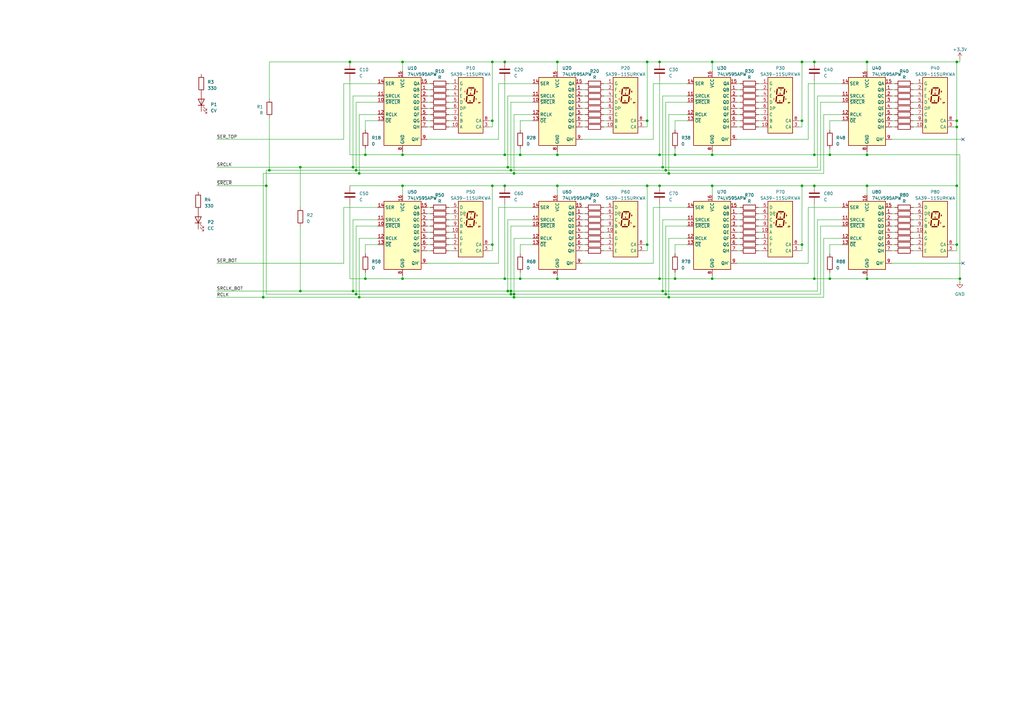
<source format=kicad_sch>
(kicad_sch (version 20230121) (generator eeschema)
  (paper "A3")
  (title_block (title "meterkit development hardware") (date "2023-05-22") (rev "0"))
  (lib_symbols
    (symbol "74xx:74HC595"
      (property "Reference" "U" (at -7.62 13.97 0))
      (property "Value" "74HC595" (at -7.62 -16.51 0))
      (symbol "74HC595_1_0"
        (pin tri_state line (at 10.16 7.62 180) (length 2.54) (name "QB") (number "1"))
        (pin input line (at -10.16 2.54 0) (length 2.54) (name "~{SRCLR}") (number "10"))
        (pin input line (at -10.16 5.08 0) (length 2.54) (name "SRCLK") (number "11"))
        (pin input line (at -10.16 -2.54 0) (length 2.54) (name "RCLK") (number "12"))
        (pin input line (at -10.16 -5.08 0) (length 2.54) (name "~{OE}") (number "13"))
        (pin input line (at -10.16 10.16 0) (length 2.54) (name "SER") (number "14"))
        (pin tri_state line (at 10.16 10.16 180) (length 2.54) (name "QA") (number "15"))
        (pin power_in line (at 0 15.24 270) (length 2.54) (name "VCC") (number "16"))
        (pin tri_state line (at 10.16 5.08 180) (length 2.54) (name "QC") (number "2"))
        (pin tri_state line (at 10.16 2.54 180) (length 2.54) (name "QD") (number "3"))
        (pin tri_state line (at 10.16 0 180) (length 2.54) (name "QE") (number "4"))
        (pin tri_state line (at 10.16 -2.54 180) (length 2.54) (name "QF") (number "5"))
        (pin tri_state line (at 10.16 -5.08 180) (length 2.54) (name "QG") (number "6"))
        (pin tri_state line (at 10.16 -7.62 180) (length 2.54) (name "QH") (number "7"))
        (pin power_in line (at 0 -17.78 90) (length 2.54) (name "GND") (number "8"))
        (pin output line (at 10.16 -12.7 180) (length 2.54) (name "QH'") (number "9"))
      )
    )
    (symbol "Device:C" (pin_numbers hide) (pin_names (offset 0.254))
      (property "Reference" "C" (at 0.635 2.54 0))
      (property "Value" "C" (at 0.635 -2.54 0))
      (symbol "C_1_1"
        (pin passive line (at 0 3.81 270) (length 2.794) (name "~") (number "1"))
        (pin passive line (at 0 -3.81 90) (length 2.794) (name "~") (number "2"))
      )
    )
    (symbol "Device:LED" (pin_numbers hide) (pin_names (offset 1.016) hide)
      (property "Reference" "D" (at 0 2.54 0))
      (property "Value" "LED" (at 0 -2.54 0))
      (symbol "LED_1_1"
        (pin passive line (at -3.81 0 0) (length 2.54) (name "K") (number "1"))
        (pin passive line (at 3.81 0 180) (length 2.54) (name "A") (number "2"))
      )
    )
    (symbol "Device:R" (pin_numbers hide) (pin_names (offset 0))
      (property "Reference" "R" (at 2.032 0 90))
      (property "Value" "R" (at 0 0 90))
      (symbol "R_1_1"
        (pin passive line (at 0 3.81 270) (length 1.27) (name "~") (number "1"))
        (pin passive line (at 0 -3.81 90) (length 1.27) (name "~") (number "2"))
      )
    )
    (symbol "meterkit:7segment1digit"
      (property "Reference" "P?" (at 0 13.97 0))
      (property "Value" "SA39-11SURKWA" (at 0 11.43 0))
      (symbol "7segment1digit_1_0"
        (text "A" (at 0.254 5.08 0) (effects (font (size 0.508 0.508))))
        (text "B" (at 2.54 4.318 0) (effects (font (size 0.508 0.508))))
        (text "C" (at 2.286 1.27 0) (effects (font (size 0.508 0.508))))
        (text "D" (at -0.254 0.508 0) (effects (font (size 0.508 0.508))))
        (text "DP" (at 3.556 -0.254 0) (effects (font (size 0.508 0.508))))
        (text "E" (at -2.54 1.27 0) (effects (font (size 0.508 0.508))))
        (text "F" (at -2.286 4.318 0) (effects (font (size 0.508 0.508))))
        (text "G" (at 0 3.556 0) (effects (font (size 0.508 0.508))))
      )
      (symbol "7segment1digit_1_1"
        (pin input line (at -7.62 7.62 0) (length 2.54) (name "G") (number "1"))
        (pin input line (at -7.62 -10.16 0) (length 2.54) (name "A") (number "10"))
        (pin input line (at -7.62 5.08 0) (length 2.54) (name "F") (number "2"))
        (pin input line (at 7.62 -10.16 180) (length 2.54) (name "CA") (number "3"))
        (pin input line (at -7.62 2.54 0) (length 2.54) (name "E") (number "4"))
        (pin input line (at -7.62 0 0) (length 2.54) (name "D") (number "5"))
        (pin input line (at -7.62 -2.54 0) (length 2.54) (name "DP") (number "6"))
        (pin input line (at -7.62 -5.08 0) (length 2.54) (name "C") (number "7"))
        (pin input line (at 7.62 -7.62 180) (length 2.54) (name "CA") (number "8"))
        (pin input line (at -7.62 -7.62 0) (length 2.54) (name "B") (number "9"))
      )
    )
    (symbol "meterkit:7segment1digit_bottom"
      (property "Reference" "P50" (at 0 13.97 0))
      (property "Value" "SA39-11SURKWA" (at 0 11.43 0))
      (symbol "7segment1digit_bottom_1_0"
        (text "A" (at 0.254 5.08 0) (effects (font (size 0.508 0.508))))
        (text "B" (at 2.54 4.318 0) (effects (font (size 0.508 0.508))))
        (text "C" (at 2.286 1.27 0) (effects (font (size 0.508 0.508))))
        (text "D" (at -0.254 0.508 0) (effects (font (size 0.508 0.508))))
        (text "DP" (at 3.556 -0.254 0) (effects (font (size 0.508 0.508))))
        (text "E" (at -2.54 1.27 0) (effects (font (size 0.508 0.508))))
        (text "F" (at -2.286 4.318 0) (effects (font (size 0.508 0.508))))
        (text "G" (at 0 3.556 0) (effects (font (size 0.508 0.508))))
      )
      (symbol "7segment1digit_bottom_1_1"
        (pin input line (at -7.62 -5.08 0) (length 2.54) (name "G") (number "1"))
        (pin input line (at -7.62 -2.54 0) (length 2.54) (name "A") (number "10"))
        (pin input line (at -7.62 -7.62 0) (length 2.54) (name "F") (number "2"))
        (pin input line (at 7.62 -10.16 180) (length 2.54) (name "CA") (number "3"))
        (pin input line (at -7.62 -10.16 0) (length 2.54) (name "E") (number "4"))
        (pin input line (at -7.62 7.62 0) (length 2.54) (name "D") (number "5"))
        (pin input line (at -7.62 5.08 0) (length 2.54) (name "DP") (number "6"))
        (pin input line (at -7.62 2.54 0) (length 2.54) (name "C") (number "7"))
        (pin input line (at 7.62 -7.62 180) (length 2.54) (name "CA") (number "8"))
        (pin input line (at -7.62 0 0) (length 2.54) (name "B") (number "9"))
      )
    )
    (symbol "power:+3.3V" (power) (pin_names (offset 0))
      (property "Value" "+3.3V" (at 0 3.556 0))
      (symbol "+3.3V_1_1"
        (pin power_in line (at 0 0 90) (length 0) hide (name "+3.3V") (number "1"))
      )
    )
    (symbol "power:GND" (power) (pin_names (offset 0))
      (property "Value" "GND" (at 0 -3.81 0))
      (symbol "GND_1_1"
        (pin power_in line (at 0 0 270) (length 0) hide (name "GND") (number "1"))
      )
    )
  )
  (junction (at 165.1 76.2))
  (junction (at 149.86 63.5))
  (junction (at 228.6 63.5))
  (junction (at 340.36 63.5))
  (junction (at 228.6 76.2))
  (junction (at 207.01 25.4))
  (junction (at 265.43 25.4))
  (junction (at 146.05 120.65))
  (junction (at 392.43 52.07))
  (junction (at 265.43 100.33))
  (junction (at 270.51 63.5))
  (junction (at 109.22 76.2))
  (junction (at 123.19 68.58))
  (junction (at 270.51 114.3))
  (junction (at 392.43 25.4))
  (junction (at 210.82 71.12))
  (junction (at 110.49 69.85))
  (junction (at 165.1 114.3))
  (junction (at 146.05 69.85))
  (junction (at 210.82 121.92))
  (junction (at 208.28 68.58))
  (junction (at 201.93 76.2))
  (junction (at 273.05 120.65))
  (junction (at 207.01 114.3))
  (junction (at 209.55 120.65))
  (junction (at 270.51 25.4))
  (junction (at 209.55 119.38))
  (junction (at 208.28 119.38))
  (junction (at 147.32 71.12))
  (junction (at 276.86 63.5))
  (junction (at 210.82 120.65))
  (junction (at 334.01 25.4))
  (junction (at 274.32 121.92))
  (junction (at 355.6 76.2))
  (junction (at 270.51 76.2))
  (junction (at 228.6 114.3))
  (junction (at 292.1 114.3))
  (junction (at 355.6 25.4))
  (junction (at 334.01 63.5))
  (junction (at 265.43 49.53))
  (junction (at 213.36 63.5))
  (junction (at 355.6 63.5))
  (junction (at 144.78 119.38))
  (junction (at 149.86 114.3))
  (junction (at 271.78 68.58))
  (junction (at 274.32 71.12))
  (junction (at 143.51 25.4))
  (junction (at 334.01 114.3))
  (junction (at 392.43 76.2))
  (junction (at 213.36 114.3))
  (junction (at 144.78 68.58))
  (junction (at 209.55 69.85))
  (junction (at 276.86 114.3))
  (junction (at 334.01 76.2))
  (junction (at 201.93 25.4))
  (junction (at 107.95 121.92))
  (junction (at 392.43 100.33))
  (junction (at 340.36 114.3))
  (junction (at 165.1 25.4))
  (junction (at 393.7 114.3))
  (junction (at 292.1 63.5))
  (junction (at 328.93 76.2))
  (junction (at 392.43 49.53))
  (junction (at 147.32 121.92))
  (junction (at 328.93 49.53))
  (junction (at 207.01 63.5))
  (junction (at 328.93 100.33))
  (junction (at 265.43 76.2))
  (junction (at 165.1 63.5))
  (junction (at 201.93 49.53))
  (junction (at 292.1 76.2))
  (junction (at 292.1 25.4))
  (junction (at 328.93 25.4))
  (junction (at 228.6 25.4))
  (junction (at 207.01 76.2))
  (junction (at 271.78 119.38))
  (junction (at 355.6 114.3))
  (junction (at 123.19 119.38))
  (junction (at 201.93 100.33))
  (junction (at 273.05 69.85))
  (no_connect (at 394.97 57.15))
  (no_connect (at 394.97 107.95))
  (wire (pts (xy 176.53 97.79) (xy 175.26 97.79)))
  (wire (pts (xy 375.92 39.37) (xy 374.65 39.37)))
  (wire (pts (xy 176.53 85.09) (xy 175.26 85.09)))
  (wire (pts (xy 210.82 46.99) (xy 210.82 71.12)))
  (wire (pts (xy 185.42 46.99) (xy 184.15 46.99)))
  (wire (pts (xy 375.92 85.09) (xy 374.65 85.09)))
  (wire (pts (xy 331.47 107.95) (xy 302.26 107.95)))
  (wire (pts (xy 176.53 52.07) (xy 175.26 52.07)))
  (wire (pts (xy 267.97 85.09) (xy 267.97 107.95)))
  (wire (pts (xy 201.93 49.53) (xy 201.93 52.07)))
  (wire (pts (xy 264.16 102.87) (xy 265.43 102.87)))
  (wire (pts (xy 327.66 102.87) (xy 328.93 102.87)))
  (wire (pts (xy 248.92 95.25) (xy 247.65 95.25)))
  (wire (pts (xy 204.47 85.09) (xy 204.47 107.95)))
  (wire (pts (xy 345.44 97.79) (xy 337.82 97.79)))
  (wire (pts (xy 276.86 63.5) (xy 292.1 63.5)))
  (wire (pts (xy 109.22 120.65) (xy 146.05 120.65)))
  (wire (pts (xy 273.05 92.71) (xy 273.05 120.65)))
  (wire (pts (xy 392.43 25.4) (xy 393.7 25.4)))
  (wire (pts (xy 149.86 111.76) (xy 149.86 114.3)))
  (wire (pts (xy 375.92 36.83) (xy 374.65 36.83)))
  (wire (pts (xy 334.01 33.02) (xy 334.01 63.5)))
  (wire (pts (xy 240.03 92.71) (xy 238.76 92.71)))
  (wire (pts (xy 248.92 102.87) (xy 247.65 102.87)))
  (wire (pts (xy 185.42 34.29) (xy 184.15 34.29)))
  (wire (pts (xy 185.42 41.91) (xy 184.15 41.91)))
  (wire (pts (xy 248.92 34.29) (xy 247.65 34.29)))
  (wire (pts (xy 375.92 100.33) (xy 374.65 100.33)))
  (wire (pts (xy 218.44 100.33) (xy 213.36 100.33)))
  (wire (pts (xy 271.78 119.38) (xy 335.28 119.38)))
  (wire (pts (xy 270.51 114.3) (xy 276.86 114.3)))
  (wire (pts (xy 394.97 57.15) (xy 365.76 57.15)))
  (wire (pts (xy 281.94 34.29) (xy 267.97 34.29)))
  (wire (pts (xy 209.55 120.65) (xy 210.82 120.65)))
  (wire (pts (xy 165.1 63.5) (xy 165.1 62.23)))
  (wire (pts (xy 270.51 33.02) (xy 270.51 63.5)))
  (wire (pts (xy 123.19 68.58) (xy 144.78 68.58)))
  (wire (pts (xy 303.53 97.79) (xy 302.26 97.79)))
  (wire (pts (xy 185.42 52.07) (xy 184.15 52.07)))
  (wire (pts (xy 355.6 29.21) (xy 355.6 25.4)))
  (wire (pts (xy 147.32 121.92) (xy 210.82 121.92)))
  (wire (pts (xy 213.36 49.53) (xy 213.36 53.34)))
  (wire (pts (xy 207.01 25.4) (xy 228.6 25.4)))
  (wire (pts (xy 264.16 49.53) (xy 265.43 49.53)))
  (wire (pts (xy 345.44 39.37) (xy 335.28 39.37)))
  (wire (pts (xy 273.05 69.85) (xy 336.55 69.85)))
  (wire (pts (xy 375.92 34.29) (xy 374.65 34.29)))
  (wire (pts (xy 312.42 100.33) (xy 311.15 100.33)))
  (wire (pts (xy 303.53 100.33) (xy 302.26 100.33)))
  (wire (pts (xy 208.28 68.58) (xy 271.78 68.58)))
  (wire (pts (xy 276.86 114.3) (xy 292.1 114.3)))
  (wire (pts (xy 303.53 52.07) (xy 302.26 52.07)))
  (wire (pts (xy 207.01 33.02) (xy 207.01 63.5)))
  (wire (pts (xy 218.44 41.91) (xy 209.55 41.91)))
  (wire (pts (xy 207.01 76.2) (xy 228.6 76.2)))
  (wire (pts (xy 176.53 102.87) (xy 175.26 102.87)))
  (wire (pts (xy 248.92 52.07) (xy 247.65 52.07)))
  (wire (pts (xy 110.49 48.26) (xy 110.49 69.85)))
  (wire (pts (xy 303.53 102.87) (xy 302.26 102.87)))
  (wire (pts (xy 185.42 95.25) (xy 184.15 95.25)))
  (wire (pts (xy 271.78 90.17) (xy 271.78 119.38)))
  (wire (pts (xy 149.86 60.96) (xy 149.86 63.5)))
  (wire (pts (xy 375.92 52.07) (xy 374.65 52.07)))
  (wire (pts (xy 208.28 90.17) (xy 208.28 119.38)))
  (wire (pts (xy 147.32 71.12) (xy 210.82 71.12)))
  (wire (pts (xy 240.03 100.33) (xy 238.76 100.33)))
  (wire (pts (xy 240.03 95.25) (xy 238.76 95.25)))
  (wire (pts (xy 303.53 46.99) (xy 302.26 46.99)))
  (wire (pts (xy 312.42 92.71) (xy 311.15 92.71)))
  (wire (pts (xy 281.94 85.09) (xy 267.97 85.09)))
  (wire (pts (xy 176.53 100.33) (xy 175.26 100.33)))
  (wire (pts (xy 271.78 39.37) (xy 271.78 68.58)))
  (wire (pts (xy 176.53 34.29) (xy 175.26 34.29)))
  (wire (pts (xy 154.94 100.33) (xy 149.86 100.33)))
  (wire (pts (xy 176.53 90.17) (xy 175.26 90.17)))
  (wire (pts (xy 292.1 80.01) (xy 292.1 76.2)))
  (wire (pts (xy 336.55 120.65) (xy 273.05 120.65)))
  (wire (pts (xy 144.78 119.38) (xy 208.28 119.38)))
  (wire (pts (xy 391.16 52.07) (xy 392.43 52.07)))
  (wire (pts (xy 367.03 52.07) (xy 365.76 52.07)))
  (wire (pts (xy 392.43 49.53) (xy 392.43 52.07)))
  (wire (pts (xy 312.42 36.83) (xy 311.15 36.83)))
  (wire (pts (xy 240.03 41.91) (xy 238.76 41.91)))
  (wire (pts (xy 154.94 85.09) (xy 140.97 85.09)))
  (wire (pts (xy 207.01 63.5) (xy 213.36 63.5)))
  (wire (pts (xy 292.1 114.3) (xy 334.01 114.3)))
  (wire (pts (xy 149.86 63.5) (xy 165.1 63.5)))
  (wire (pts (xy 393.7 24.13) (xy 393.7 25.4)))
  (wire (pts (xy 165.1 114.3) (xy 165.1 113.03)))
  (wire (pts (xy 154.94 92.71) (xy 146.05 92.71)))
  (wire (pts (xy 327.66 100.33) (xy 328.93 100.33)))
  (wire (pts (xy 228.6 25.4) (xy 265.43 25.4)))
  (wire (pts (xy 328.93 100.33) (xy 328.93 102.87)))
  (wire (pts (xy 154.94 46.99) (xy 147.32 46.99)))
  (wire (pts (xy 276.86 49.53) (xy 276.86 53.34)))
  (wire (pts (xy 375.92 97.79) (xy 374.65 97.79)))
  (wire (pts (xy 281.94 49.53) (xy 276.86 49.53)))
  (wire (pts (xy 185.42 39.37) (xy 184.15 39.37)))
  (wire (pts (xy 165.1 63.5) (xy 207.01 63.5)))
  (wire (pts (xy 213.36 63.5) (xy 228.6 63.5)))
  (wire (pts (xy 391.16 100.33) (xy 392.43 100.33)))
  (wire (pts (xy 281.94 97.79) (xy 274.32 97.79)))
  (wire (pts (xy 303.53 44.45) (xy 302.26 44.45)))
  (wire (pts (xy 165.1 114.3) (xy 207.01 114.3)))
  (wire (pts (xy 337.82 121.92) (xy 274.32 121.92)))
  (wire (pts (xy 303.53 34.29) (xy 302.26 34.29)))
  (wire (pts (xy 264.16 52.07) (xy 265.43 52.07)))
  (wire (pts (xy 273.05 41.91) (xy 273.05 69.85)))
  (wire (pts (xy 213.36 60.96) (xy 213.36 63.5)))
  (wire (pts (xy 312.42 44.45) (xy 311.15 44.45)))
  (wire (pts (xy 149.86 100.33) (xy 149.86 104.14)))
  (wire (pts (xy 393.7 63.5) (xy 393.7 114.3)))
  (wire (pts (xy 292.1 63.5) (xy 334.01 63.5)))
  (wire (pts (xy 392.43 100.33) (xy 392.43 102.87)))
  (wire (pts (xy 185.42 92.71) (xy 184.15 92.71)))
  (wire (pts (xy 292.1 29.21) (xy 292.1 25.4)))
  (wire (pts (xy 185.42 100.33) (xy 184.15 100.33)))
  (wire (pts (xy 281.94 41.91) (xy 273.05 41.91)))
  (wire (pts (xy 185.42 49.53) (xy 184.15 49.53)))
  (wire (pts (xy 107.95 71.12) (xy 147.32 71.12)))
  (wire (pts (xy 355.6 114.3) (xy 393.7 114.3)))
  (wire (pts (xy 355.6 76.2) (xy 392.43 76.2)))
  (wire (pts (xy 123.19 119.38) (xy 144.78 119.38)))
  (wire (pts (xy 265.43 25.4) (xy 265.43 49.53)))
  (wire (pts (xy 355.6 80.01) (xy 355.6 76.2)))
  (wire (pts (xy 176.53 44.45) (xy 175.26 44.45)))
  (wire (pts (xy 367.03 39.37) (xy 365.76 39.37)))
  (wire (pts (xy 213.36 100.33) (xy 213.36 104.14)))
  (wire (pts (xy 281.94 100.33) (xy 276.86 100.33)))
  (wire (pts (xy 345.44 49.53) (xy 340.36 49.53)))
  (wire (pts (xy 327.66 49.53) (xy 328.93 49.53)))
  (wire (pts (xy 312.42 95.25) (xy 311.15 95.25)))
  (wire (pts (xy 328.93 76.2) (xy 334.01 76.2)))
  (wire (pts (xy 240.03 90.17) (xy 238.76 90.17)))
  (wire (pts (xy 392.43 52.07) (xy 392.43 76.2)))
  (wire (pts (xy 312.42 102.87) (xy 311.15 102.87)))
  (wire (pts (xy 392.43 76.2) (xy 392.43 100.33)))
  (wire (pts (xy 110.49 25.4) (xy 143.51 25.4)))
  (wire (pts (xy 109.22 69.85) (xy 110.49 69.85)))
  (wire (pts (xy 334.01 25.4) (xy 355.6 25.4)))
  (wire (pts (xy 345.44 100.33) (xy 340.36 100.33)))
  (wire (pts (xy 328.93 49.53) (xy 328.93 52.07)))
  (wire (pts (xy 270.51 63.5) (xy 276.86 63.5)))
  (wire (pts (xy 240.03 52.07) (xy 238.76 52.07)))
  (wire (pts (xy 154.94 34.29) (xy 140.97 34.29)))
  (wire (pts (xy 176.53 46.99) (xy 175.26 46.99)))
  (wire (pts (xy 209.55 92.71) (xy 209.55 119.38)))
  (wire (pts (xy 375.92 102.87) (xy 374.65 102.87)))
  (wire (pts (xy 276.86 60.96) (xy 276.86 63.5)))
  (wire (pts (xy 367.03 87.63) (xy 365.76 87.63)))
  (wire (pts (xy 248.92 100.33) (xy 247.65 100.33)))
  (wire (pts (xy 394.97 107.95) (xy 365.76 107.95)))
  (wire (pts (xy 340.36 100.33) (xy 340.36 104.14)))
  (wire (pts (xy 149.86 49.53) (xy 149.86 53.34)))
  (wire (pts (xy 201.93 25.4) (xy 207.01 25.4)))
  (wire (pts (xy 345.44 46.99) (xy 337.82 46.99)))
  (wire (pts (xy 218.44 97.79) (xy 210.82 97.79)))
  (wire (pts (xy 281.94 46.99) (xy 274.32 46.99)))
  (wire (pts (xy 240.03 87.63) (xy 238.76 87.63)))
  (wire (pts (xy 345.44 41.91) (xy 336.55 41.91)))
  (wire (pts (xy 165.1 29.21) (xy 165.1 25.4)))
  (wire (pts (xy 176.53 36.83) (xy 175.26 36.83)))
  (wire (pts (xy 146.05 41.91) (xy 146.05 69.85)))
  (wire (pts (xy 267.97 34.29) (xy 267.97 57.15)))
  (wire (pts (xy 228.6 63.5) (xy 270.51 63.5)))
  (wire (pts (xy 209.55 41.91) (xy 209.55 69.85)))
  (wire (pts (xy 210.82 120.65) (xy 273.05 120.65)))
  (wire (pts (xy 201.93 100.33) (xy 201.93 102.87)))
  (wire (pts (xy 367.03 85.09) (xy 365.76 85.09)))
  (wire (pts (xy 88.9 107.95) (xy 140.97 107.95)))
  (wire (pts (xy 176.53 41.91) (xy 175.26 41.91)))
  (wire (pts (xy 218.44 39.37) (xy 208.28 39.37)))
  (wire (pts (xy 334.01 83.82) (xy 334.01 114.3)))
  (wire (pts (xy 213.36 114.3) (xy 228.6 114.3)))
  (wire (pts (xy 340.36 60.96) (xy 340.36 63.5)))
  (wire (pts (xy 185.42 36.83) (xy 184.15 36.83)))
  (wire (pts (xy 185.42 102.87) (xy 184.15 102.87)))
  (wire (pts (xy 303.53 87.63) (xy 302.26 87.63)))
  (wire (pts (xy 340.36 49.53) (xy 340.36 53.34)))
  (wire (pts (xy 345.44 90.17) (xy 335.28 90.17)))
  (wire (pts (xy 335.28 90.17) (xy 335.28 119.38)))
  (wire (pts (xy 345.44 85.09) (xy 331.47 85.09)))
  (wire (pts (xy 292.1 25.4) (xy 328.93 25.4)))
  (wire (pts (xy 303.53 36.83) (xy 302.26 36.83)))
  (wire (pts (xy 375.92 87.63) (xy 374.65 87.63)))
  (wire (pts (xy 176.53 92.71) (xy 175.26 92.71)))
  (wire (pts (xy 88.9 121.92) (xy 107.95 121.92)))
  (wire (pts (xy 281.94 92.71) (xy 273.05 92.71)))
  (wire (pts (xy 303.53 95.25) (xy 302.26 95.25)))
  (wire (pts (xy 393.7 115.57) (xy 393.7 114.3)))
  (wire (pts (xy 123.19 85.09) (xy 123.19 68.58)))
  (wire (pts (xy 312.42 52.07) (xy 311.15 52.07)))
  (wire (pts (xy 176.53 87.63) (xy 175.26 87.63)))
  (wire (pts (xy 345.44 34.29) (xy 331.47 34.29)))
  (wire (pts (xy 88.9 76.2) (xy 109.22 76.2)))
  (wire (pts (xy 176.53 39.37) (xy 175.26 39.37)))
  (wire (pts (xy 276.86 111.76) (xy 276.86 114.3)))
  (wire (pts (xy 176.53 95.25) (xy 175.26 95.25)))
  (wire (pts (xy 340.36 111.76) (xy 340.36 114.3)))
  (wire (pts (xy 367.03 97.79) (xy 365.76 97.79)))
  (wire (pts (xy 143.51 63.5) (xy 149.86 63.5)))
  (wire (pts (xy 154.94 41.91) (xy 146.05 41.91)))
  (wire (pts (xy 265.43 25.4) (xy 270.51 25.4)))
  (wire (pts (xy 201.93 76.2) (xy 201.93 100.33)))
  (wire (pts (xy 336.55 92.71) (xy 336.55 120.65)))
  (wire (pts (xy 228.6 114.3) (xy 228.6 113.03)))
  (wire (pts (xy 218.44 34.29) (xy 204.47 34.29)))
  (wire (pts (xy 143.51 33.02) (xy 143.51 63.5)))
  (wire (pts (xy 248.92 85.09) (xy 247.65 85.09)))
  (wire (pts (xy 110.49 69.85) (xy 146.05 69.85)))
  (wire (pts (xy 200.66 102.87) (xy 201.93 102.87)))
  (wire (pts (xy 248.92 46.99) (xy 247.65 46.99)))
  (wire (pts (xy 204.47 34.29) (xy 204.47 57.15)))
  (wire (pts (xy 340.36 114.3) (xy 355.6 114.3)))
  (wire (pts (xy 228.6 63.5) (xy 228.6 62.23)))
  (wire (pts (xy 218.44 85.09) (xy 204.47 85.09)))
  (wire (pts (xy 144.78 68.58) (xy 208.28 68.58)))
  (wire (pts (xy 140.97 34.29) (xy 140.97 57.15)))
  (wire (pts (xy 240.03 97.79) (xy 238.76 97.79)))
  (wire (pts (xy 265.43 100.33) (xy 265.43 102.87)))
  (wire (pts (xy 109.22 120.65) (xy 109.22 76.2)))
  (wire (pts (xy 248.92 36.83) (xy 247.65 36.83)))
  (wire (pts (xy 228.6 114.3) (xy 270.51 114.3)))
  (wire (pts (xy 367.03 100.33) (xy 365.76 100.33)))
  (wire (pts (xy 336.55 41.91) (xy 336.55 69.85)))
  (wire (pts (xy 140.97 85.09) (xy 140.97 107.95)))
  (wire (pts (xy 264.16 100.33) (xy 265.43 100.33)))
  (wire (pts (xy 146.05 92.71) (xy 146.05 120.65)))
  (wire (pts (xy 185.42 87.63) (xy 184.15 87.63)))
  (wire (pts (xy 165.1 80.01) (xy 165.1 76.2)))
  (wire (pts (xy 375.92 44.45) (xy 374.65 44.45)))
  (wire (pts (xy 367.03 95.25) (xy 365.76 95.25)))
  (wire (pts (xy 312.42 85.09) (xy 311.15 85.09)))
  (wire (pts (xy 375.92 92.71) (xy 374.65 92.71)))
  (wire (pts (xy 312.42 97.79) (xy 311.15 97.79)))
  (wire (pts (xy 267.97 107.95) (xy 238.76 107.95)))
  (wire (pts (xy 248.92 39.37) (xy 247.65 39.37)))
  (wire (pts (xy 375.92 90.17) (xy 374.65 90.17)))
  (wire (pts (xy 367.03 36.83) (xy 365.76 36.83)))
  (wire (pts (xy 154.94 97.79) (xy 147.32 97.79)))
  (wire (pts (xy 200.66 52.07) (xy 201.93 52.07)))
  (wire (pts (xy 213.36 111.76) (xy 213.36 114.3)))
  (wire (pts (xy 292.1 114.3) (xy 292.1 113.03)))
  (wire (pts (xy 218.44 49.53) (xy 213.36 49.53)))
  (wire (pts (xy 355.6 25.4) (xy 392.43 25.4)))
  (wire (pts (xy 201.93 25.4) (xy 201.93 49.53)))
  (wire (pts (xy 392.43 25.4) (xy 392.43 49.53)))
  (wire (pts (xy 327.66 52.07) (xy 328.93 52.07)))
  (wire (pts (xy 337.82 97.79) (xy 337.82 121.92)))
  (wire (pts (xy 302.26 57.15) (xy 331.47 57.15)))
  (wire (pts (xy 107.95 121.92) (xy 147.32 121.92)))
  (wire (pts (xy 367.03 44.45) (xy 365.76 44.45)))
  (wire (pts (xy 303.53 90.17) (xy 302.26 90.17)))
  (wire (pts (xy 240.03 39.37) (xy 238.76 39.37)))
  (wire (pts (xy 143.51 83.82) (xy 143.51 114.3)))
  (wire (pts (xy 176.53 49.53) (xy 175.26 49.53)))
  (wire (pts (xy 375.92 41.91) (xy 374.65 41.91)))
  (wire (pts (xy 149.86 114.3) (xy 165.1 114.3)))
  (wire (pts (xy 265.43 76.2) (xy 265.43 100.33)))
  (wire (pts (xy 337.82 46.99) (xy 337.82 71.12)))
  (wire (pts (xy 331.47 34.29) (xy 331.47 57.15)))
  (wire (pts (xy 270.51 76.2) (xy 292.1 76.2)))
  (wire (pts (xy 265.43 76.2) (xy 270.51 76.2)))
  (wire (pts (xy 107.95 71.12) (xy 107.95 121.92)))
  (wire (pts (xy 292.1 63.5) (xy 292.1 62.23)))
  (wire (pts (xy 367.03 92.71) (xy 365.76 92.71)))
  (wire (pts (xy 248.92 97.79) (xy 247.65 97.79)))
  (wire (pts (xy 165.1 25.4) (xy 201.93 25.4)))
  (wire (pts (xy 375.92 46.99) (xy 374.65 46.99)))
  (wire (pts (xy 147.32 97.79) (xy 147.32 121.92)))
  (wire (pts (xy 154.94 39.37) (xy 144.78 39.37)))
  (wire (pts (xy 312.42 87.63) (xy 311.15 87.63)))
  (wire (pts (xy 240.03 36.83) (xy 238.76 36.83)))
  (wire (pts (xy 210.82 97.79) (xy 210.82 120.65)))
  (wire (pts (xy 146.05 69.85) (xy 209.55 69.85)))
  (wire (pts (xy 144.78 90.17) (xy 144.78 119.38)))
  (wire (pts (xy 248.92 41.91) (xy 247.65 41.91)))
  (wire (pts (xy 303.53 85.09) (xy 302.26 85.09)))
  (wire (pts (xy 228.6 76.2) (xy 265.43 76.2)))
  (wire (pts (xy 367.03 90.17) (xy 365.76 90.17)))
  (wire (pts (xy 110.49 40.64) (xy 110.49 25.4)))
  (wire (pts (xy 334.01 76.2) (xy 355.6 76.2)))
  (wire (pts (xy 248.92 49.53) (xy 247.65 49.53)))
  (wire (pts (xy 355.6 63.5) (xy 355.6 62.23)))
  (wire (pts (xy 88.9 119.38) (xy 123.19 119.38)))
  (wire (pts (xy 367.03 34.29) (xy 365.76 34.29)))
  (wire (pts (xy 334.01 63.5) (xy 340.36 63.5)))
  (wire (pts (xy 312.42 90.17) (xy 311.15 90.17)))
  (wire (pts (xy 208.28 39.37) (xy 208.28 68.58)))
  (wire (pts (xy 209.55 69.85) (xy 273.05 69.85)))
  (wire (pts (xy 270.51 83.82) (xy 270.51 114.3)))
  (wire (pts (xy 240.03 34.29) (xy 238.76 34.29)))
  (wire (pts (xy 210.82 121.92) (xy 274.32 121.92)))
  (wire (pts (xy 292.1 76.2) (xy 328.93 76.2)))
  (wire (pts (xy 276.86 100.33) (xy 276.86 104.14)))
  (wire (pts (xy 88.9 68.58) (xy 123.19 68.58)))
  (wire (pts (xy 281.94 90.17) (xy 271.78 90.17)))
  (wire (pts (xy 248.92 44.45) (xy 247.65 44.45)))
  (wire (pts (xy 201.93 76.2) (xy 207.01 76.2)))
  (wire (pts (xy 143.51 114.3) (xy 149.86 114.3)))
  (wire (pts (xy 185.42 44.45) (xy 184.15 44.45)))
  (wire (pts (xy 335.28 39.37) (xy 335.28 68.58)))
  (wire (pts (xy 281.94 39.37) (xy 271.78 39.37)))
  (wire (pts (xy 367.03 46.99) (xy 365.76 46.99)))
  (wire (pts (xy 312.42 34.29) (xy 311.15 34.29)))
  (wire (pts (xy 208.28 119.38) (xy 209.55 119.38)))
  (wire (pts (xy 240.03 102.87) (xy 238.76 102.87)))
  (wire (pts (xy 210.82 71.12) (xy 274.32 71.12)))
  (wire (pts (xy 391.16 102.87) (xy 392.43 102.87)))
  (wire (pts (xy 228.6 29.21) (xy 228.6 25.4)))
  (wire (pts (xy 144.78 39.37) (xy 144.78 68.58)))
  (wire (pts (xy 88.9 57.15) (xy 140.97 57.15)))
  (wire (pts (xy 109.22 76.2) (xy 109.22 69.85)))
  (wire (pts (xy 123.19 119.38) (xy 123.19 92.71)))
  (wire (pts (xy 355.6 63.5) (xy 393.7 63.5)))
  (wire (pts (xy 331.47 85.09) (xy 331.47 107.95)))
  (wire (pts (xy 303.53 49.53) (xy 302.26 49.53)))
  (wire (pts (xy 367.03 49.53) (xy 365.76 49.53)))
  (wire (pts (xy 185.42 97.79) (xy 184.15 97.79)))
  (wire (pts (xy 146.05 120.65) (xy 209.55 120.65)))
  (wire (pts (xy 207.01 114.3) (xy 213.36 114.3)))
  (wire (pts (xy 154.94 90.17) (xy 144.78 90.17)))
  (wire (pts (xy 303.53 39.37) (xy 302.26 39.37)))
  (wire (pts (xy 185.42 90.17) (xy 184.15 90.17)))
  (wire (pts (xy 200.66 100.33) (xy 201.93 100.33)))
  (wire (pts (xy 154.94 49.53) (xy 149.86 49.53)))
  (wire (pts (xy 328.93 25.4) (xy 334.01 25.4)))
  (wire (pts (xy 210.82 120.65) (xy 210.82 121.92)))
  (wire (pts (xy 391.16 49.53) (xy 392.43 49.53)))
  (wire (pts (xy 312.42 49.53) (xy 311.15 49.53)))
  (wire (pts (xy 218.44 90.17) (xy 208.28 90.17)))
  (wire (pts (xy 207.01 83.82) (xy 207.01 114.3)))
  (wire (pts (xy 240.03 44.45) (xy 238.76 44.45)))
  (wire (pts (xy 312.42 41.91) (xy 311.15 41.91)))
  (wire (pts (xy 218.44 46.99) (xy 210.82 46.99)))
  (wire (pts (xy 345.44 92.71) (xy 336.55 92.71)))
  (wire (pts (xy 185.42 85.09) (xy 184.15 85.09)))
  (wire (pts (xy 165.1 76.2) (xy 201.93 76.2)))
  (wire (pts (xy 367.03 102.87) (xy 365.76 102.87)))
  (wire (pts (xy 312.42 46.99) (xy 311.15 46.99)))
  (wire (pts (xy 340.36 63.5) (xy 355.6 63.5)))
  (wire (pts (xy 367.03 41.91) (xy 365.76 41.91)))
  (wire (pts (xy 218.44 92.71) (xy 209.55 92.71)))
  (wire (pts (xy 328.93 76.2) (xy 328.93 100.33)))
  (wire (pts (xy 143.51 25.4) (xy 165.1 25.4)))
  (wire (pts (xy 248.92 87.63) (xy 247.65 87.63)))
  (wire (pts (xy 303.53 41.91) (xy 302.26 41.91)))
  (wire (pts (xy 303.53 92.71) (xy 302.26 92.71)))
  (wire (pts (xy 274.32 71.12) (xy 337.82 71.12)))
  (wire (pts (xy 209.55 119.38) (xy 209.55 120.65)))
  (wire (pts (xy 334.01 114.3) (xy 340.36 114.3)))
  (wire (pts (xy 175.26 57.15) (xy 204.47 57.15)))
  (wire (pts (xy 238.76 57.15) (xy 267.97 57.15)))
  (wire (pts (xy 240.03 85.09) (xy 238.76 85.09)))
  (wire (pts (xy 271.78 68.58) (xy 335.28 68.58)))
  (wire (pts (xy 240.03 46.99) (xy 238.76 46.99)))
  (wire (pts (xy 328.93 25.4) (xy 328.93 49.53)))
  (wire (pts (xy 312.42 39.37) (xy 311.15 39.37)))
  (wire (pts (xy 274.32 97.79) (xy 274.32 121.92)))
  (wire (pts (xy 375.92 95.25) (xy 374.65 95.25)))
  (wire (pts (xy 270.51 25.4) (xy 292.1 25.4)))
  (wire (pts (xy 228.6 80.01) (xy 228.6 76.2)))
  (wire (pts (xy 248.92 92.71) (xy 247.65 92.71)))
  (wire (pts (xy 375.92 49.53) (xy 374.65 49.53)))
  (wire (pts (xy 274.32 46.99) (xy 274.32 71.12)))
  (wire (pts (xy 143.51 76.2) (xy 165.1 76.2)))
  (wire (pts (xy 204.47 107.95) (xy 175.26 107.95)))
  (wire (pts (xy 248.92 90.17) (xy 247.65 90.17)))
  (wire (pts (xy 200.66 49.53) (xy 201.93 49.53)))
  (wire (pts (xy 240.03 49.53) (xy 238.76 49.53)))
  (wire (pts (xy 355.6 114.3) (xy 355.6 113.03)))
  (wire (pts (xy 147.32 46.99) (xy 147.32 71.12)))
  (wire (pts (xy 209.55 119.38) (xy 271.78 119.38)))
  (wire (pts (xy 265.43 49.53) (xy 265.43 52.07)))
  (label "RCLK" (at 88.9 121.92 0))
  (label "SRCLK_BOT" (at 88.9 119.38 0))
  (label "SER_BOT" (at 88.9 107.95 0))
  (label "SRCLK" (at 88.9 68.58 0))
  (label "SER_TOP" (at 88.9 57.15 0))
  (label "~{SRCLR}" (at 88.9 76.2 0))
  (symbol (lib_id "Device:C") (at 143.51 29.21 0) (unit 1)
    (property "Reference" "C10" (at 147.32 28.575 0) (effects (justify left)))
    (property "Value" "C" (at 147.32 31.115 0) (effects (justify left)))
    (property "Footprint" "Capacitor_SMD:C_0603_1608Metric" (effects hide))
  )
  (symbol (lib_id "meterkit:7segment1digit") (at 383.54 41.91 0) (unit 1)
    (property "Reference" "P40" (at 383.54 27.94 0))
    (property "Value" "SA39-11SURKWA" (at 383.54 30.48 0))
    (property "Footprint" "meterkit:Sx39-1xxxxx" (effects hide))
    (property "Datasheet" "https://www.kingbrightusa.com/images/catalog/SPEC/SA39-11SURKWA.pdf" (effects hide))
  )
  (symbol (lib_id "Device:R") (at 307.34 39.37 90) (unit 1)
    (property "Reference" "R32" (effects hide))
    (property "Value" "R" (effects hide))
    (property "Footprint" "Resistor_SMD:R_0603_1608Metric" (effects hide))
  )
  (symbol (lib_id "Device:R") (at 180.34 102.87 90) (unit 1)
    (property "Reference" "R57" (effects hide))
    (property "Value" "R" (effects hide))
    (property "Footprint" "Resistor_SMD:R_0603_1608Metric" (effects hide))
  )
  (symbol (lib_id "74xx:74HC595") (at 355.6 44.45 0) (unit 1)
    (property "Reference" "U40" (at 357.5559 27.94 0) (effects (justify left)))
    (property "Value" "74LV595APW" (at 357.5559 30.48 0) (effects (justify left)))
    (property "Footprint" "Package_SO:TSSOP-16_4.4x5mm_P0.65mm" (effects hide))
    (property "Datasheet" "http://www.ti.com/lit/ds/symlink/sn74hc595.pdf" (effects hide))
  )
  (symbol (lib_id "Device:R") (at 340.36 57.15 0) (unit 1)
    (property "Reference" "R48" (at 342.9 56.515 0) (effects (justify left)))
    (property "Value" "0" (at 342.9 59.055 0) (effects (justify left)))
    (property "Footprint" "Resistor_SMD:R_0603_1608Metric" (effects hide))
  )
  (symbol (lib_id "Device:C") (at 334.01 80.01 0) (unit 1)
    (property "Reference" "C80" (at 337.82 79.375 0) (effects (justify left)))
    (property "Value" "C" (at 337.82 81.915 0) (effects (justify left)))
    (property "Footprint" "Capacitor_SMD:C_0603_1608Metric" (effects hide))
  )
  (symbol (lib_id "Device:R") (at 340.36 107.95 0) (unit 1)
    (property "Reference" "R88" (at 342.9 107.315 0) (effects (justify left)))
    (property "Value" "0" (at 342.9 109.855 0) (effects (justify left)))
    (property "Footprint" "Resistor_SMD:R_0603_1608Metric" (effects hide))
  )
  (symbol (lib_id "Device:LED") (at 81.28 90.17 90) (unit 1)
    (property "Reference" "P2" (at 85.09 91.1225 90) (effects (justify right)))
    (property "Value" "CC" (at 85.09 93.6625 90) (effects (justify right)))
    (property "Footprint" "LED_THT:LED_D3.0mm_FlatTop" (effects hide))
  )
  (symbol (lib_id "Device:R") (at 276.86 107.95 0) (unit 1)
    (property "Reference" "R78" (at 279.4 107.315 0) (effects (justify left)))
    (property "Value" "0" (at 279.4 109.855 0) (effects (justify left)))
    (property "Footprint" "Resistor_SMD:R_0603_1608Metric" (effects hide))
  )
  (symbol (lib_id "74xx:74HC595") (at 228.6 95.25 0) (unit 1)
    (property "Reference" "U60" (at 230.5559 78.74 0) (effects (justify left)))
    (property "Value" "74LV595APW" (at 230.5559 81.28 0) (effects (justify left)))
    (property "Footprint" "Package_SO:TSSOP-16_4.4x5mm_P0.65mm" (effects hide))
    (property "Datasheet" "http://www.ti.com/lit/ds/symlink/sn74hc595.pdf" (effects hide))
  )
  (symbol (lib_id "Device:R") (at 180.34 87.63 90) (unit 1)
    (property "Reference" "R51" (effects hide))
    (property "Value" "R" (effects hide))
    (property "Footprint" "Resistor_SMD:R_0603_1608Metric" (effects hide))
  )
  (symbol (lib_id "Device:R") (at 307.34 44.45 90) (unit 1)
    (property "Reference" "R34" (effects hide))
    (property "Value" "R" (effects hide))
    (property "Footprint" "Resistor_SMD:R_0603_1608Metric" (effects hide))
  )
  (symbol (lib_id "Device:R") (at 370.84 90.17 90) (unit 1)
    (property "Reference" "R82" (effects hide))
    (property "Value" "R" (effects hide))
    (property "Footprint" "Resistor_SMD:R_0603_1608Metric" (effects hide))
  )
  (symbol (lib_id "Device:R") (at 243.84 49.53 90) (unit 1)
    (property "Reference" "R26" (effects hide))
    (property "Value" "R" (effects hide))
    (property "Footprint" "Resistor_SMD:R_0603_1608Metric" (effects hide))
  )
  (symbol (lib_id "Device:R") (at 243.84 90.17 90) (unit 1)
    (property "Reference" "R62" (effects hide))
    (property "Value" "R" (effects hide))
    (property "Footprint" "Resistor_SMD:R_0603_1608Metric" (effects hide))
  )
  (symbol (lib_id "Device:R") (at 180.34 46.99 90) (unit 1)
    (property "Reference" "R15" (effects hide))
    (property "Value" "R" (effects hide))
    (property "Footprint" "Resistor_SMD:R_0603_1608Metric" (effects hide))
  )
  (symbol (lib_id "Device:R") (at 370.84 46.99 90) (unit 1)
    (property "Reference" "R45" (effects hide))
    (property "Value" "R" (effects hide))
    (property "Footprint" "Resistor_SMD:R_0603_1608Metric" (effects hide))
  )
  (symbol (lib_id "Device:C") (at 143.51 80.01 0) (unit 1)
    (property "Reference" "C50" (at 147.32 79.375 0) (effects (justify left)))
    (property "Value" "C" (at 147.32 81.915 0) (effects (justify left)))
    (property "Footprint" "Capacitor_SMD:C_0603_1608Metric" (effects hide))
  )
  (symbol (lib_id "Device:R") (at 243.84 36.83 90) (unit 1)
    (property "Reference" "R21" (effects hide))
    (property "Value" "R" (effects hide))
    (property "Footprint" "Resistor_SMD:R_0603_1608Metric" (effects hide))
  )
  (symbol (lib_id "Device:R") (at 82.55 34.29 180) (unit 1)
    (property "Reference" "R3" (at 85.09 33.655 0) (effects (justify right)))
    (property "Value" "330" (at 85.09 36.195 0) (effects (justify right)))
    (property "Footprint" "Resistor_SMD:R_0603_1608Metric" (effects hide))
  )
  (symbol (lib_id "power:+3.3V") (at 393.7 24.13 0) (unit 1)
    (property "Reference" "#PWR01" (effects hide))
    (property "Value" "+3.3V" (at 393.7 20.32 0))
  )
  (symbol (lib_id "meterkit:7segment1digit") (at 256.54 41.91 0) (unit 1)
    (property "Reference" "P20" (at 256.54 27.94 0))
    (property "Value" "SA39-11SURKWA" (at 256.54 30.48 0))
    (property "Footprint" "meterkit:Sx39-1xxxxx" (effects hide))
    (property "Datasheet" "https://www.kingbrightusa.com/images/catalog/SPEC/SA39-11SURKWA.pdf" (effects hide))
  )
  (symbol (lib_id "Device:R") (at 307.34 90.17 90) (unit 1)
    (property "Reference" "R72" (effects hide))
    (property "Value" "R" (effects hide))
    (property "Footprint" "Resistor_SMD:R_0603_1608Metric" (effects hide))
  )
  (symbol (lib_id "Device:R") (at 370.84 85.09 90) (unit 1)
    (property "Reference" "R80" (at 370.84 80.01 90))
    (property "Value" "R" (at 370.84 82.55 90))
    (property "Footprint" "Resistor_SMD:R_0603_1608Metric" (effects hide))
  )
  (symbol (lib_id "Device:R") (at 180.34 100.33 90) (unit 1)
    (property "Reference" "R56" (effects hide))
    (property "Value" "R" (effects hide))
    (property "Footprint" "Resistor_SMD:R_0603_1608Metric" (effects hide))
  )
  (symbol (lib_id "meterkit:7segment1digit_bottom") (at 320.04 92.71 0) (unit 1)
    (property "Reference" "P70" (at 320.04 78.74 0))
    (property "Value" "SA39-11SURKWA" (at 320.04 81.28 0))
    (property "Footprint" "meterkit:Sx39-1xxxxx" (effects hide))
    (property "Datasheet" "https://www.kingbrightusa.com/images/catalog/SPEC/SA39-11SURKWA.pdf" (effects hide))
  )
  (symbol (lib_id "74xx:74HC595") (at 292.1 95.25 0) (unit 1)
    (property "Reference" "U70" (at 294.0559 78.74 0) (effects (justify left)))
    (property "Value" "74LV595APW" (at 294.0559 81.28 0) (effects (justify left)))
    (property "Footprint" "Package_SO:TSSOP-16_4.4x5mm_P0.65mm" (effects hide))
    (property "Datasheet" "http://www.ti.com/lit/ds/symlink/sn74hc595.pdf" (effects hide))
  )
  (symbol (lib_id "Device:R") (at 180.34 85.09 90) (unit 1)
    (property "Reference" "R50" (at 180.34 80.01 90))
    (property "Value" "R" (at 180.34 82.55 90))
    (property "Footprint" "Resistor_SMD:R_0603_1608Metric" (effects hide))
  )
  (symbol (lib_id "meterkit:7segment1digit") (at 193.04 41.91 0) (unit 1)
    (property "Reference" "P10" (at 193.04 27.94 0))
    (property "Value" "SA39-11SURKWA" (at 193.04 30.48 0))
    (property "Footprint" "meterkit:Sx39-1xxxxx" (effects hide))
    (property "Datasheet" "https://www.kingbrightusa.com/images/catalog/SPEC/SA39-11SURKWA.pdf" (effects hide))
  )
  (symbol (lib_id "Device:R") (at 243.84 39.37 90) (unit 1)
    (property "Reference" "R22" (effects hide))
    (property "Value" "R" (effects hide))
    (property "Footprint" "Resistor_SMD:R_0603_1608Metric" (effects hide))
  )
  (symbol (lib_id "Device:C") (at 270.51 29.21 0) (unit 1)
    (property "Reference" "C30" (at 274.32 28.575 0) (effects (justify left)))
    (property "Value" "C" (at 274.32 31.115 0) (effects (justify left)))
    (property "Footprint" "Capacitor_SMD:C_0603_1608Metric" (effects hide))
  )
  (symbol (lib_id "Device:R") (at 370.84 49.53 90) (unit 1)
    (property "Reference" "R46" (effects hide))
    (property "Value" "R" (effects hide))
    (property "Footprint" "Resistor_SMD:R_0603_1608Metric" (effects hide))
  )
  (symbol (lib_id "Device:R") (at 81.28 82.55 180) (unit 1)
    (property "Reference" "R4" (at 83.82 81.915 0) (effects (justify right)))
    (property "Value" "330" (at 83.82 84.455 0) (effects (justify right)))
    (property "Footprint" "Resistor_SMD:R_0603_1608Metric" (effects hide))
  )
  (symbol (lib_id "Device:R") (at 180.34 34.29 90) (unit 1)
    (property "Reference" "R10" (at 180.34 29.21 90))
    (property "Value" "R" (at 180.34 31.75 90))
    (property "Footprint" "Resistor_SMD:R_0603_1608Metric" (effects hide))
  )
  (symbol (lib_id "Device:R") (at 370.84 44.45 90) (unit 1)
    (property "Reference" "R44" (effects hide))
    (property "Value" "R" (effects hide))
    (property "Footprint" "Resistor_SMD:R_0603_1608Metric" (effects hide))
  )
  (symbol (lib_id "Device:R") (at 243.84 41.91 90) (unit 1)
    (property "Reference" "R23" (effects hide))
    (property "Value" "R" (effects hide))
    (property "Footprint" "Resistor_SMD:R_0603_1608Metric" (effects hide))
  )
  (symbol (lib_id "Device:R") (at 370.84 95.25 90) (unit 1)
    (property "Reference" "R84" (effects hide))
    (property "Value" "R" (effects hide))
    (property "Footprint" "Resistor_SMD:R_0603_1608Metric" (effects hide))
  )
  (symbol (lib_id "Device:R") (at 370.84 102.87 90) (unit 1)
    (property "Reference" "R87" (effects hide))
    (property "Value" "R" (effects hide))
    (property "Footprint" "Resistor_SMD:R_0603_1608Metric" (effects hide))
  )
  (symbol (lib_id "Device:R") (at 213.36 107.95 0) (unit 1)
    (property "Reference" "R68" (at 215.9 107.315 0) (effects (justify left)))
    (property "Value" "0" (at 215.9 109.855 0) (effects (justify left)))
    (property "Footprint" "Resistor_SMD:R_0603_1608Metric" (effects hide))
  )
  (symbol (lib_id "Device:R") (at 180.34 44.45 90) (unit 1)
    (property "Reference" "R14" (effects hide))
    (property "Value" "R" (effects hide))
    (property "Footprint" "Resistor_SMD:R_0603_1608Metric" (effects hide))
  )
  (symbol (lib_id "meterkit:7segment1digit") (at 320.04 41.91 0) (unit 1)
    (property "Reference" "P30" (at 320.04 27.94 0))
    (property "Value" "SA39-11SURKWA" (at 320.04 30.48 0))
    (property "Footprint" "meterkit:Sx39-1xxxxx" (effects hide))
    (property "Datasheet" "https://www.kingbrightusa.com/images/catalog/SPEC/SA39-11SURKWA.pdf" (effects hide))
  )
  (symbol (lib_id "Device:R") (at 307.34 34.29 90) (unit 1)
    (property "Reference" "R30" (at 307.34 29.21 90))
    (property "Value" "R" (at 307.34 31.75 90))
    (property "Footprint" "Resistor_SMD:R_0603_1608Metric" (effects hide))
  )
  (symbol (lib_id "Device:R") (at 307.34 36.83 90) (unit 1)
    (property "Reference" "R31" (effects hide))
    (property "Value" "R" (effects hide))
    (property "Footprint" "Resistor_SMD:R_0603_1608Metric" (effects hide))
  )
  (symbol (lib_id "Device:R") (at 243.84 46.99 90) (unit 1)
    (property "Reference" "R25" (effects hide))
    (property "Value" "R" (effects hide))
    (property "Footprint" "Resistor_SMD:R_0603_1608Metric" (effects hide))
  )
  (symbol (lib_id "Device:R") (at 180.34 39.37 90) (unit 1)
    (property "Reference" "R12" (effects hide))
    (property "Value" "R" (effects hide))
    (property "Footprint" "Resistor_SMD:R_0603_1608Metric" (effects hide))
  )
  (symbol (lib_id "74xx:74HC595") (at 292.1 44.45 0) (unit 1)
    (property "Reference" "U30" (at 294.0559 27.94 0) (effects (justify left)))
    (property "Value" "74LV595APW" (at 294.0559 30.48 0) (effects (justify left)))
    (property "Footprint" "Package_SO:TSSOP-16_4.4x5mm_P0.65mm" (effects hide))
    (property "Datasheet" "http://www.ti.com/lit/ds/symlink/sn74hc595.pdf" (effects hide))
  )
  (symbol (lib_id "Device:R") (at 243.84 92.71 90) (unit 1)
    (property "Reference" "R63" (effects hide))
    (property "Value" "R" (effects hide))
    (property "Footprint" "Resistor_SMD:R_0603_1608Metric" (effects hide))
  )
  (symbol (lib_id "Device:C") (at 207.01 29.21 0) (unit 1)
    (property "Reference" "C20" (at 210.82 28.575 0) (effects (justify left)))
    (property "Value" "C" (at 210.82 31.115 0) (effects (justify left)))
    (property "Footprint" "Capacitor_SMD:C_0603_1608Metric" (effects hide))
  )
  (symbol (lib_id "Device:R") (at 307.34 41.91 90) (unit 1)
    (property "Reference" "R33" (effects hide))
    (property "Value" "R" (effects hide))
    (property "Footprint" "Resistor_SMD:R_0603_1608Metric" (effects hide))
  )
  (symbol (lib_id "Device:R") (at 307.34 97.79 90) (unit 1)
    (property "Reference" "R75" (effects hide))
    (property "Value" "R" (effects hide))
    (property "Footprint" "Resistor_SMD:R_0603_1608Metric" (effects hide))
  )
  (symbol (lib_id "Device:R") (at 180.34 52.07 90) (unit 1)
    (property "Reference" "R17" (effects hide))
    (property "Value" "R" (effects hide))
    (property "Footprint" "Resistor_SMD:R_0603_1608Metric" (effects hide))
  )
  (symbol (lib_id "Device:R") (at 307.34 52.07 90) (unit 1)
    (property "Reference" "R37" (effects hide))
    (property "Value" "R" (effects hide))
    (property "Footprint" "Resistor_SMD:R_0603_1608Metric" (effects hide))
  )
  (symbol (lib_id "Device:R") (at 307.34 49.53 90) (unit 1)
    (property "Reference" "R36" (effects hide))
    (property "Value" "R" (effects hide))
    (property "Footprint" "Resistor_SMD:R_0603_1608Metric" (effects hide))
  )
  (symbol (lib_id "Device:R") (at 276.86 57.15 0) (unit 1)
    (property "Reference" "R38" (at 279.4 56.515 0) (effects (justify left)))
    (property "Value" "0" (at 279.4 59.055 0) (effects (justify left)))
    (property "Footprint" "Resistor_SMD:R_0603_1608Metric" (effects hide))
  )
  (symbol (lib_id "Device:C") (at 334.01 29.21 0) (unit 1)
    (property "Reference" "C40" (at 337.82 28.575 0) (effects (justify left)))
    (property "Value" "C" (at 337.82 31.115 0) (effects (justify left)))
    (property "Footprint" "Capacitor_SMD:C_0603_1608Metric" (effects hide))
  )
  (symbol (lib_id "Device:C") (at 207.01 80.01 0) (unit 1)
    (property "Reference" "C60" (at 210.82 79.375 0) (effects (justify left)))
    (property "Value" "C" (at 210.82 81.915 0) (effects (justify left)))
    (property "Footprint" "Capacitor_SMD:C_0603_1608Metric" (effects hide))
  )
  (symbol (lib_id "Device:R") (at 370.84 41.91 90) (unit 1)
    (property "Reference" "R43" (effects hide))
    (property "Value" "R" (effects hide))
    (property "Footprint" "Resistor_SMD:R_0603_1608Metric" (effects hide))
  )
  (symbol (lib_id "Device:R") (at 370.84 52.07 90) (unit 1)
    (property "Reference" "R47" (effects hide))
    (property "Value" "R" (effects hide))
    (property "Footprint" "Resistor_SMD:R_0603_1608Metric" (effects hide))
  )
  (symbol (lib_id "Device:R") (at 110.49 44.45 0) (unit 1)
    (property "Reference" "R1" (at 107.95 43.815 0) (effects (justify right)))
    (property "Value" "R" (at 107.95 46.355 0) (effects (justify right)))
    (property "Footprint" "Resistor_SMD:R_0603_1608Metric" (effects hide))
  )
  (symbol (lib_id "Device:R") (at 149.86 107.95 0) (unit 1)
    (property "Reference" "R58" (at 152.4 107.315 0) (effects (justify left)))
    (property "Value" "0" (at 152.4 109.855 0) (effects (justify left)))
    (property "Footprint" "Resistor_SMD:R_0603_1608Metric" (effects hide))
  )
  (symbol (lib_id "Device:R") (at 213.36 57.15 0) (unit 1)
    (property "Reference" "R28" (at 215.9 56.515 0) (effects (justify left)))
    (property "Value" "0" (at 215.9 59.055 0) (effects (justify left)))
    (property "Footprint" "Resistor_SMD:R_0603_1608Metric" (effects hide))
  )
  (symbol (lib_id "Device:R") (at 243.84 97.79 90) (unit 1)
    (property "Reference" "R65" (effects hide))
    (property "Value" "R" (effects hide))
    (property "Footprint" "Resistor_SMD:R_0603_1608Metric" (effects hide))
  )
  (symbol (lib_id "Device:R") (at 370.84 87.63 90) (unit 1)
    (property "Reference" "R81" (effects hide))
    (property "Value" "R" (effects hide))
    (property "Footprint" "Resistor_SMD:R_0603_1608Metric" (effects hide))
  )
  (symbol (lib_id "Device:R") (at 123.19 88.9 180) (unit 1)
    (property "Reference" "R2" (at 125.73 88.265 0) (effects (justify right)))
    (property "Value" "0" (at 125.73 90.805 0) (effects (justify right)))
    (property "Footprint" "Resistor_SMD:R_0603_1608Metric" (effects hide))
  )
  (symbol (lib_id "Device:R") (at 370.84 34.29 90) (unit 1)
    (property "Reference" "R40" (at 370.84 29.21 90))
    (property "Value" "R" (at 370.84 31.75 90))
    (property "Footprint" "Resistor_SMD:R_0603_1608Metric" (effects hide))
  )
  (symbol (lib_id "Device:R") (at 243.84 102.87 90) (unit 1)
    (property "Reference" "R67" (effects hide))
    (property "Value" "R" (effects hide))
    (property "Footprint" "Resistor_SMD:R_0603_1608Metric" (effects hide))
  )
  (symbol (lib_id "Device:R") (at 180.34 41.91 90) (unit 1)
    (property "Reference" "R13" (effects hide))
    (property "Value" "R" (effects hide))
    (property "Footprint" "Resistor_SMD:R_0603_1608Metric" (effects hide))
  )
  (symbol (lib_id "Device:R") (at 243.84 34.29 90) (unit 1)
    (property "Reference" "R20" (at 243.84 29.21 90))
    (property "Value" "R" (at 243.84 31.75 90))
    (property "Footprint" "Resistor_SMD:R_0603_1608Metric" (effects hide))
  )
  (symbol (lib_id "Device:R") (at 307.34 87.63 90) (unit 1)
    (property "Reference" "R71" (effects hide))
    (property "Value" "R" (effects hide))
    (property "Footprint" "Resistor_SMD:R_0603_1608Metric" (effects hide))
  )
  (symbol (lib_id "Device:R") (at 243.84 52.07 90) (unit 1)
    (property "Reference" "R27" (effects hide))
    (property "Value" "R" (effects hide))
    (property "Footprint" "Resistor_SMD:R_0603_1608Metric" (effects hide))
  )
  (symbol (lib_id "Device:R") (at 370.84 39.37 90) (unit 1)
    (property "Reference" "R42" (effects hide))
    (property "Value" "R" (effects hide))
    (property "Footprint" "Resistor_SMD:R_0603_1608Metric" (effects hide))
  )
  (symbol (lib_id "Device:R") (at 370.84 97.79 90) (unit 1)
    (property "Reference" "R85" (effects hide))
    (property "Value" "R" (effects hide))
    (property "Footprint" "Resistor_SMD:R_0603_1608Metric" (effects hide))
  )
  (symbol (lib_id "Device:R") (at 149.86 57.15 0) (unit 1)
    (property "Reference" "R18" (at 152.4 56.515 0) (effects (justify left)))
    (property "Value" "0" (at 152.4 59.055 0) (effects (justify left)))
    (property "Footprint" "Resistor_SMD:R_0603_1608Metric" (effects hide))
  )
  (symbol (lib_id "Device:R") (at 307.34 85.09 90) (unit 1)
    (property "Reference" "R70" (at 307.34 80.01 90))
    (property "Value" "R" (at 307.34 82.55 90))
    (property "Footprint" "Resistor_SMD:R_0603_1608Metric" (effects hide))
  )
  (symbol (lib_id "Device:R") (at 243.84 100.33 90) (unit 1)
    (property "Reference" "R66" (effects hide))
    (property "Value" "R" (effects hide))
    (property "Footprint" "Resistor_SMD:R_0603_1608Metric" (effects hide))
  )
  (symbol (lib_id "Device:R") (at 307.34 46.99 90) (unit 1)
    (property "Reference" "R35" (effects hide))
    (property "Value" "R" (effects hide))
    (property "Footprint" "Resistor_SMD:R_0603_1608Metric" (effects hide))
  )
  (symbol (lib_id "Device:R") (at 370.84 100.33 90) (unit 1)
    (property "Reference" "R86" (effects hide))
    (property "Value" "R" (effects hide))
    (property "Footprint" "Resistor_SMD:R_0603_1608Metric" (effects hide))
  )
  (symbol (lib_id "Device:R") (at 307.34 100.33 90) (unit 1)
    (property "Reference" "R76" (effects hide))
    (property "Value" "R" (effects hide))
    (property "Footprint" "Resistor_SMD:R_0603_1608Metric" (effects hide))
  )
  (symbol (lib_id "Device:R") (at 307.34 95.25 90) (unit 1)
    (property "Reference" "R74" (effects hide))
    (property "Value" "R" (effects hide))
    (property "Footprint" "Resistor_SMD:R_0603_1608Metric" (effects hide))
  )
  (symbol (lib_id "Device:R") (at 307.34 102.87 90) (unit 1)
    (property "Reference" "R77" (effects hide))
    (property "Value" "R" (effects hide))
    (property "Footprint" "Resistor_SMD:R_0603_1608Metric" (effects hide))
  )
  (symbol (lib_id "74xx:74HC595") (at 165.1 44.45 0) (unit 1)
    (property "Reference" "U10" (at 167.0559 27.94 0) (effects (justify left)))
    (property "Value" "74LV595APW" (at 167.0559 30.48 0) (effects (justify left)))
    (property "Footprint" "Package_SO:TSSOP-16_4.4x5mm_P0.65mm" (effects hide))
    (property "Datasheet" "http://www.ti.com/lit/ds/symlink/sn74hc595.pdf" (effects hide))
  )
  (symbol (lib_id "Device:R") (at 370.84 36.83 90) (unit 1)
    (property "Reference" "R41" (effects hide))
    (property "Value" "R" (effects hide))
    (property "Footprint" "Resistor_SMD:R_0603_1608Metric" (effects hide))
  )
  (symbol (lib_id "meterkit:7segment1digit_bottom") (at 383.54 92.71 0) (unit 1)
    (property "Reference" "P80" (at 383.54 78.74 0))
    (property "Value" "SA39-11SURKWA" (at 383.54 81.28 0))
    (property "Footprint" "meterkit:Sx39-1xxxxx" (effects hide))
    (property "Datasheet" "https://www.kingbrightusa.com/images/catalog/SPEC/SA39-11SURKWA.pdf" (effects hide))
  )
  (symbol (lib_id "Device:R") (at 243.84 95.25 90) (unit 1)
    (property "Reference" "R64" (effects hide))
    (property "Value" "R" (effects hide))
    (property "Footprint" "Resistor_SMD:R_0603_1608Metric" (effects hide))
  )
  (symbol (lib_id "meterkit:7segment1digit_bottom") (at 193.04 92.71 0) (unit 1)
    (property "Reference" "P50" (at 193.04 78.74 0))
    (property "Value" "SA39-11SURKWA" (at 193.04 81.28 0))
    (property "Footprint" "meterkit:Sx39-1xxxxx" (effects hide))
    (property "Datasheet" "https://www.kingbrightusa.com/images/catalog/SPEC/SA39-11SURKWA.pdf" (effects hide))
  )
  (symbol (lib_id "Device:R") (at 243.84 87.63 90) (unit 1)
    (property "Reference" "R61" (effects hide))
    (property "Value" "R" (effects hide))
    (property "Footprint" "Resistor_SMD:R_0603_1608Metric" (effects hide))
  )
  (symbol (lib_id "Device:R") (at 180.34 97.79 90) (unit 1)
    (property "Reference" "R55" (effects hide))
    (property "Value" "R" (effects hide))
    (property "Footprint" "Resistor_SMD:R_0603_1608Metric" (effects hide))
  )
  (symbol (lib_id "74xx:74HC595") (at 165.1 95.25 0) (unit 1)
    (property "Reference" "U50" (at 167.0559 78.74 0) (effects (justify left)))
    (property "Value" "74LV595APW" (at 167.0559 81.28 0) (effects (justify left)))
    (property "Footprint" "Package_SO:TSSOP-16_4.4x5mm_P0.65mm" (effects hide))
    (property "Datasheet" "http://www.ti.com/lit/ds/symlink/sn74hc595.pdf" (effects hide))
  )
  (symbol (lib_id "Device:LED") (at 82.55 41.91 90) (unit 1)
    (property "Reference" "P1" (at 86.36 42.8625 90) (effects (justify right)))
    (property "Value" "CV" (at 86.36 45.4025 90) (effects (justify right)))
    (property "Footprint" "LED_THT:LED_D3.0mm_FlatTop" (effects hide))
  )
  (symbol (lib_id "Device:R") (at 243.84 44.45 90) (unit 1)
    (property "Reference" "R24" (effects hide))
    (property "Value" "R" (effects hide))
    (property "Footprint" "Resistor_SMD:R_0603_1608Metric" (effects hide))
  )
  (symbol (lib_id "Device:R") (at 243.84 85.09 90) (unit 1)
    (property "Reference" "R60" (at 243.84 80.01 90))
    (property "Value" "R" (at 243.84 82.55 90))
    (property "Footprint" "Resistor_SMD:R_0603_1608Metric" (effects hide))
  )
  (symbol (lib_id "Device:C") (at 270.51 80.01 0) (unit 1)
    (property "Reference" "C70" (at 274.32 79.375 0) (effects (justify left)))
    (property "Value" "C" (at 274.32 81.915 0) (effects (justify left)))
    (property "Footprint" "Capacitor_SMD:C_0603_1608Metric" (effects hide))
  )
  (symbol (lib_id "74xx:74HC595") (at 228.6 44.45 0) (unit 1)
    (property "Reference" "U20" (at 230.5559 27.94 0) (effects (justify left)))
    (property "Value" "74LV595APW" (at 230.5559 30.48 0) (effects (justify left)))
    (property "Footprint" "Package_SO:TSSOP-16_4.4x5mm_P0.65mm" (effects hide))
    (property "Datasheet" "http://www.ti.com/lit/ds/symlink/sn74hc595.pdf" (effects hide))
  )
  (symbol (lib_id "74xx:74HC595") (at 355.6 95.25 0) (unit 1)
    (property "Reference" "U80" (at 357.5559 78.74 0) (effects (justify left)))
    (property "Value" "74LV595APW" (at 357.5559 81.28 0) (effects (justify left)))
    (property "Footprint" "Package_SO:TSSOP-16_4.4x5mm_P0.65mm" (effects hide))
    (property "Datasheet" "http://www.ti.com/lit/ds/symlink/sn74hc595.pdf" (effects hide))
  )
  (symbol (lib_id "Device:R") (at 180.34 49.53 90) (unit 1)
    (property "Reference" "R16" (effects hide))
    (property "Value" "R" (effects hide))
    (property "Footprint" "Resistor_SMD:R_0603_1608Metric" (effects hide))
  )
  (symbol (lib_id "meterkit:7segment1digit_bottom") (at 256.54 92.71 0) (unit 1)
    (property "Reference" "P60" (at 256.54 78.74 0))
    (property "Value" "SA39-11SURKWA" (at 256.54 81.28 0))
    (property "Footprint" "meterkit:Sx39-1xxxxx" (effects hide))
    (property "Datasheet" "https://www.kingbrightusa.com/images/catalog/SPEC/SA39-11SURKWA.pdf" (effects hide))
  )
  (symbol (lib_id "Device:R") (at 180.34 92.71 90) (unit 1)
    (property "Reference" "R53" (effects hide))
    (property "Value" "R" (effects hide))
    (property "Footprint" "Resistor_SMD:R_0603_1608Metric" (effects hide))
  )
  (symbol (lib_id "power:GND") (at 393.7 115.57 0) (unit 1)
    (property "Reference" "#PWR03" (effects hide))
    (property "Value" "GND" (at 393.7 120.65 0))
  )
  (symbol (lib_id "Device:R") (at 180.34 36.83 90) (unit 1)
    (property "Reference" "R11" (effects hide))
    (property "Value" "R" (effects hide))
    (property "Footprint" "Resistor_SMD:R_0603_1608Metric" (effects hide))
  )
  (symbol (lib_id "Device:R") (at 370.84 92.71 90) (unit 1)
    (property "Reference" "R83" (effects hide))
    (property "Value" "R" (effects hide))
    (property "Footprint" "Resistor_SMD:R_0603_1608Metric" (effects hide))
  )
  (symbol (lib_id "Device:R") (at 180.34 95.25 90) (unit 1)
    (property "Reference" "R54" (effects hide))
    (property "Value" "R" (effects hide))
    (property "Footprint" "Resistor_SMD:R_0603_1608Metric" (effects hide))
  )
  (symbol (lib_id "Device:R") (at 307.34 92.71 90) (unit 1)
    (property "Reference" "R73" (effects hide))
    (property "Value" "R" (effects hide))
    (property "Footprint" "Resistor_SMD:R_0603_1608Metric" (effects hide))
  )
  (symbol (lib_id "Device:R") (at 180.34 90.17 90) (unit 1)
    (property "Reference" "R52" (effects hide))
    (property "Value" "R" (effects hide))
    (property "Footprint" "Resistor_SMD:R_0603_1608Metric" (effects hide))
  )
)
</source>
